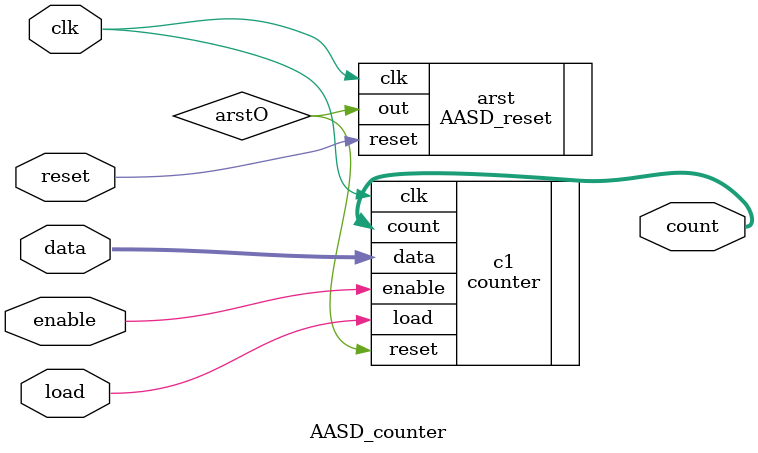
<source format=v>
/******************************************************************************
*** 																        ***
*** ECE 526 L Experiment #5             Jose Luis Martinez, Spring, 2021    ***
***                                                                         ***
*** Experiment 5 - 8-Bit Counter                                            ***
***                                                                         ***
*******************************************************************************
*** Filename: AASD_counter.vCreated by Jose Luis Martinez, Febuary 25, 2021 ***
***                                                                         ***
******************************************************************************/

`include "definitions.v"

module AASD_counter(clk, reset, enable, load, data, count);
	input clk, reset, enable, load;
	input [7:0]data;
	output [7:0]count;

	wire arstO;

		AASD_reset arst(.out(arstO), .clk(clk), .reset(reset));
		counter c1(.clk(clk), .reset(arstO), .enable(enable), 
			       .load(load), .data(data), .count(count));

endmodule

</source>
